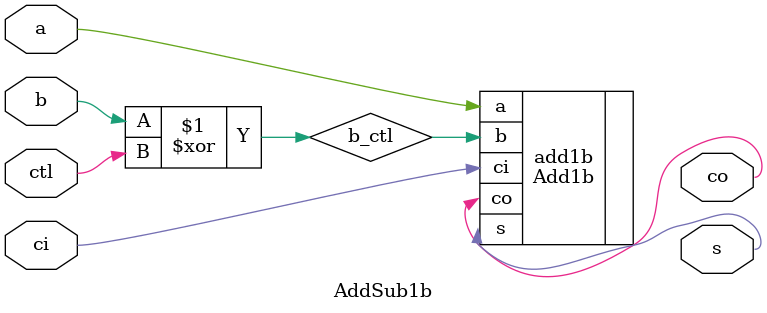
<source format=v>
`timescale 1ns / 1ps


module AddSub1b(
    input a,
    input b,
    input ctl,
    input ci,
    output s,
    output co
    );
    wire b_ctl = b ^ ctl;
    Add1b add1b(
        .a(a),
        .b(b_ctl),
        .ci(ci),
        .s(s),
        .co(co)
    );
endmodule

</source>
